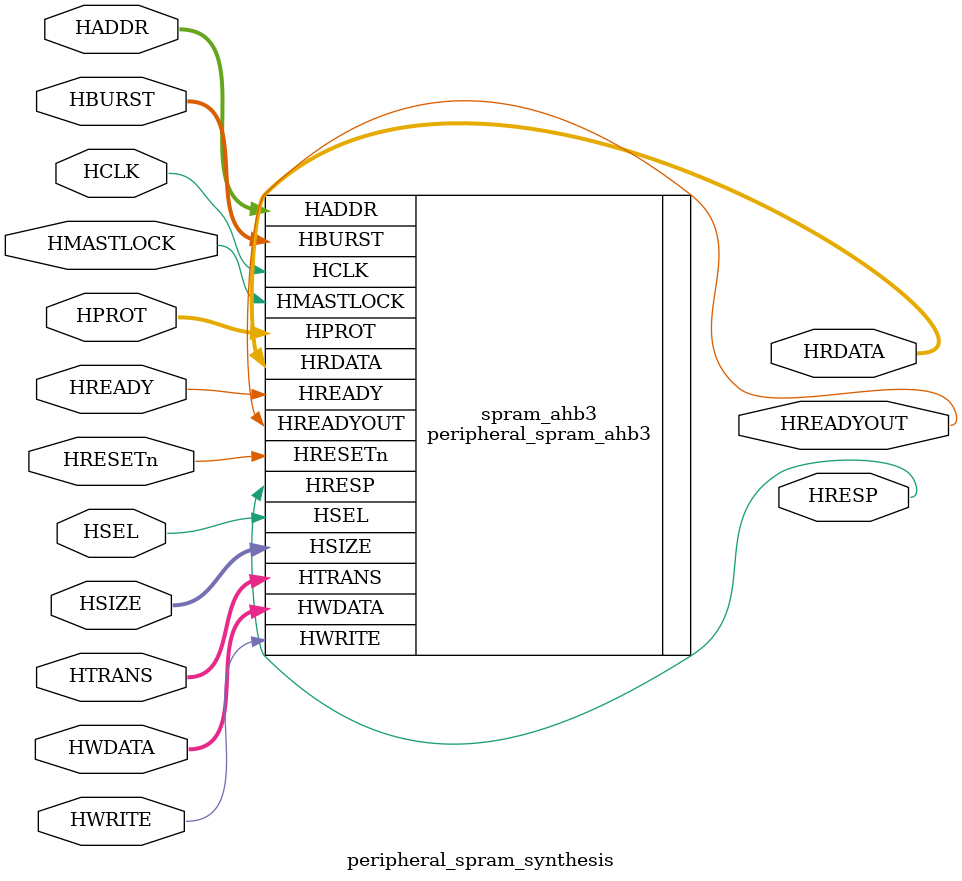
<source format=sv>

module peripheral_spram_synthesis #(
  parameter MEM_SIZE          = 256,        // Memory in Bytes
  parameter MEM_DEPTH         = 256,        // Memory depth
  parameter PLEN              = 8,
  parameter XLEN              = 32,
  parameter TECHNOLOGY        = "GENERIC",
  parameter REGISTERED_OUTPUT = "NO"
) (
  input HRESETn,
  input HCLK,

  input                 HSEL,
  input      [PLEN-1:0] HADDR,
  input      [XLEN-1:0] HWDATA,
  output reg [XLEN-1:0] HRDATA,
  input                 HWRITE,
  input      [     2:0] HSIZE,
  input      [     2:0] HBURST,
  input      [     3:0] HPROT,
  input      [     1:0] HTRANS,
  input                 HMASTLOCK,
  output reg            HREADYOUT,
  input                 HREADY,
  output                HRESP
);

  //////////////////////////////////////////////////////////////////////////////
  // Body
  //////////////////////////////////////////////////////////////////////////////

  // DUT AHB3
  peripheral_spram_ahb3 #(
    .MEM_SIZE         (MEM_SIZE),
    .MEM_DEPTH        (MEM_DEPTH),
    .PLEN             (PLEN),
    .XLEN             (XLEN),
    .TECHNOLOGY       (TECHNOLOGY),
    .REGISTERED_OUTPUT(REGISTERED_OUTPUT)
  ) spram_ahb3 (
    .HRESETn(HRESETn),
    .HCLK   (HCLK),

    .HSEL     (HSEL),
    .HADDR    (HADDR),
    .HWDATA   (HWDATA),
    .HRDATA   (HRDATA),
    .HWRITE   (HWRITE),
    .HSIZE    (HSIZE),
    .HBURST   (HBURST),
    .HPROT    (HPROT),
    .HTRANS   (HTRANS),
    .HMASTLOCK(HMASTLOCK),
    .HREADYOUT(HREADYOUT),
    .HREADY   (HREADY),
    .HRESP    (HRESP)
  );
endmodule

</source>
